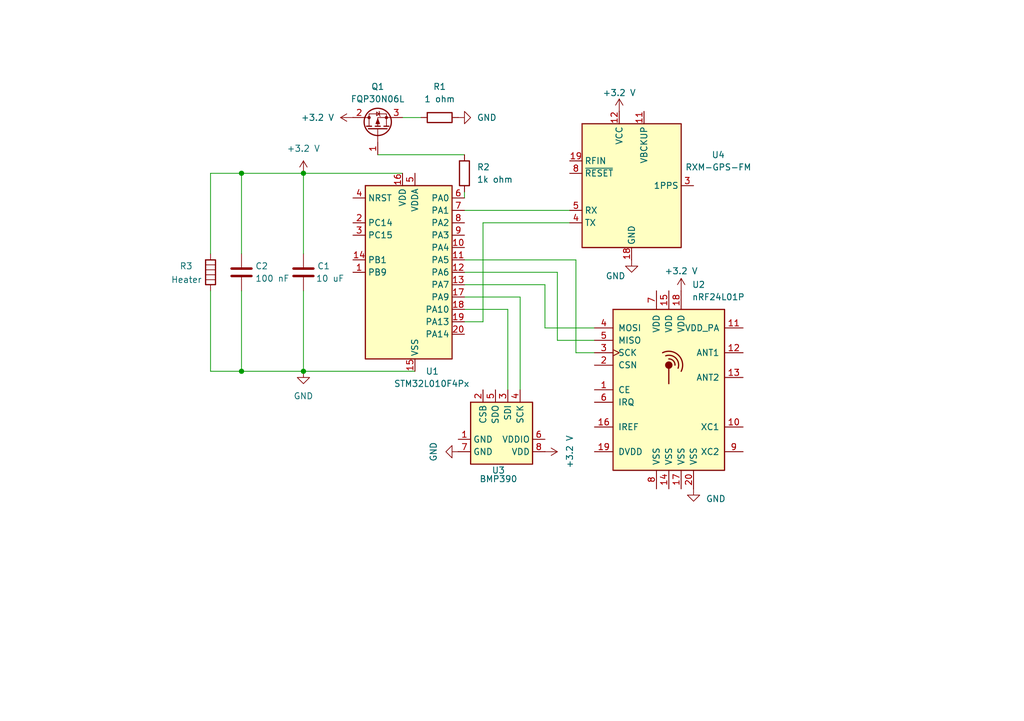
<source format=kicad_sch>
(kicad_sch
	(version 20231120)
	(generator "eeschema")
	(generator_version "8.0")
	(uuid "d60282d2-fc89-4822-b4fb-8af73164cbec")
	(paper "A5")
	(title_block
		(title "Release Mechanism System Board")
		(date "2024-11-30")
		(rev "2")
	)
	(lib_symbols
		(symbol "Device:C"
			(pin_numbers hide)
			(pin_names
				(offset 0.254)
			)
			(exclude_from_sim no)
			(in_bom yes)
			(on_board yes)
			(property "Reference" "C"
				(at 0.635 2.54 0)
				(effects
					(font
						(size 1.27 1.27)
					)
					(justify left)
				)
			)
			(property "Value" "C"
				(at 0.635 -2.54 0)
				(effects
					(font
						(size 1.27 1.27)
					)
					(justify left)
				)
			)
			(property "Footprint" ""
				(at 0.9652 -3.81 0)
				(effects
					(font
						(size 1.27 1.27)
					)
					(hide yes)
				)
			)
			(property "Datasheet" "~"
				(at 0 0 0)
				(effects
					(font
						(size 1.27 1.27)
					)
					(hide yes)
				)
			)
			(property "Description" "Unpolarized capacitor"
				(at 0 0 0)
				(effects
					(font
						(size 1.27 1.27)
					)
					(hide yes)
				)
			)
			(property "ki_keywords" "cap capacitor"
				(at 0 0 0)
				(effects
					(font
						(size 1.27 1.27)
					)
					(hide yes)
				)
			)
			(property "ki_fp_filters" "C_*"
				(at 0 0 0)
				(effects
					(font
						(size 1.27 1.27)
					)
					(hide yes)
				)
			)
			(symbol "C_0_1"
				(polyline
					(pts
						(xy -2.032 -0.762) (xy 2.032 -0.762)
					)
					(stroke
						(width 0.508)
						(type default)
					)
					(fill
						(type none)
					)
				)
				(polyline
					(pts
						(xy -2.032 0.762) (xy 2.032 0.762)
					)
					(stroke
						(width 0.508)
						(type default)
					)
					(fill
						(type none)
					)
				)
			)
			(symbol "C_1_1"
				(pin passive line
					(at 0 3.81 270)
					(length 2.794)
					(name "~"
						(effects
							(font
								(size 1.27 1.27)
							)
						)
					)
					(number "1"
						(effects
							(font
								(size 1.27 1.27)
							)
						)
					)
				)
				(pin passive line
					(at 0 -3.81 90)
					(length 2.794)
					(name "~"
						(effects
							(font
								(size 1.27 1.27)
							)
						)
					)
					(number "2"
						(effects
							(font
								(size 1.27 1.27)
							)
						)
					)
				)
			)
		)
		(symbol "Device:Heater"
			(pin_numbers hide)
			(pin_names
				(offset 0)
			)
			(exclude_from_sim no)
			(in_bom yes)
			(on_board yes)
			(property "Reference" "R"
				(at 2.032 0 90)
				(effects
					(font
						(size 1.27 1.27)
					)
				)
			)
			(property "Value" "Heater"
				(at -2.032 0 90)
				(effects
					(font
						(size 1.27 1.27)
					)
				)
			)
			(property "Footprint" ""
				(at -1.778 0 90)
				(effects
					(font
						(size 1.27 1.27)
					)
					(hide yes)
				)
			)
			(property "Datasheet" "~"
				(at 0 0 0)
				(effects
					(font
						(size 1.27 1.27)
					)
					(hide yes)
				)
			)
			(property "Description" "Resistive heater"
				(at 0 0 0)
				(effects
					(font
						(size 1.27 1.27)
					)
					(hide yes)
				)
			)
			(property "ki_keywords" "heater R resistor"
				(at 0 0 0)
				(effects
					(font
						(size 1.27 1.27)
					)
					(hide yes)
				)
			)
			(symbol "Heater_0_1"
				(rectangle
					(start -1.016 -2.54)
					(end 1.016 2.54)
					(stroke
						(width 0.254)
						(type default)
					)
					(fill
						(type none)
					)
				)
				(polyline
					(pts
						(xy -1.016 1.524) (xy 1.016 1.524)
					)
					(stroke
						(width 0)
						(type default)
					)
					(fill
						(type none)
					)
				)
				(polyline
					(pts
						(xy 1.016 -1.524) (xy -1.016 -1.524)
					)
					(stroke
						(width 0)
						(type default)
					)
					(fill
						(type none)
					)
				)
				(polyline
					(pts
						(xy 1.016 -0.508) (xy -1.016 -0.508)
					)
					(stroke
						(width 0)
						(type default)
					)
					(fill
						(type none)
					)
				)
				(polyline
					(pts
						(xy 1.016 0.508) (xy -1.016 0.508)
					)
					(stroke
						(width 0)
						(type default)
					)
					(fill
						(type none)
					)
				)
			)
			(symbol "Heater_1_1"
				(pin passive line
					(at 0 3.81 270)
					(length 1.27)
					(name "~"
						(effects
							(font
								(size 1.27 1.27)
							)
						)
					)
					(number "1"
						(effects
							(font
								(size 1.27 1.27)
							)
						)
					)
				)
				(pin passive line
					(at 0 -3.81 90)
					(length 1.27)
					(name "~"
						(effects
							(font
								(size 1.27 1.27)
							)
						)
					)
					(number "2"
						(effects
							(font
								(size 1.27 1.27)
							)
						)
					)
				)
			)
		)
		(symbol "Device:R"
			(pin_numbers hide)
			(pin_names
				(offset 0)
			)
			(exclude_from_sim no)
			(in_bom yes)
			(on_board yes)
			(property "Reference" "R"
				(at 2.032 0 90)
				(effects
					(font
						(size 1.27 1.27)
					)
				)
			)
			(property "Value" "R"
				(at 0 0 90)
				(effects
					(font
						(size 1.27 1.27)
					)
				)
			)
			(property "Footprint" ""
				(at -1.778 0 90)
				(effects
					(font
						(size 1.27 1.27)
					)
					(hide yes)
				)
			)
			(property "Datasheet" "~"
				(at 0 0 0)
				(effects
					(font
						(size 1.27 1.27)
					)
					(hide yes)
				)
			)
			(property "Description" "Resistor"
				(at 0 0 0)
				(effects
					(font
						(size 1.27 1.27)
					)
					(hide yes)
				)
			)
			(property "ki_keywords" "R res resistor"
				(at 0 0 0)
				(effects
					(font
						(size 1.27 1.27)
					)
					(hide yes)
				)
			)
			(property "ki_fp_filters" "R_*"
				(at 0 0 0)
				(effects
					(font
						(size 1.27 1.27)
					)
					(hide yes)
				)
			)
			(symbol "R_0_1"
				(rectangle
					(start -1.016 -2.54)
					(end 1.016 2.54)
					(stroke
						(width 0.254)
						(type default)
					)
					(fill
						(type none)
					)
				)
			)
			(symbol "R_1_1"
				(pin passive line
					(at 0 3.81 270)
					(length 1.27)
					(name "~"
						(effects
							(font
								(size 1.27 1.27)
							)
						)
					)
					(number "1"
						(effects
							(font
								(size 1.27 1.27)
							)
						)
					)
				)
				(pin passive line
					(at 0 -3.81 90)
					(length 1.27)
					(name "~"
						(effects
							(font
								(size 1.27 1.27)
							)
						)
					)
					(number "2"
						(effects
							(font
								(size 1.27 1.27)
							)
						)
					)
				)
			)
		)
		(symbol "MCU_ST_STM32L0:STM32L010F4Px"
			(exclude_from_sim no)
			(in_bom yes)
			(on_board yes)
			(property "Reference" "U"
				(at -7.62 19.05 0)
				(effects
					(font
						(size 1.27 1.27)
					)
					(justify left)
				)
			)
			(property "Value" "STM32L010F4Px"
				(at 5.08 19.05 0)
				(effects
					(font
						(size 1.27 1.27)
					)
					(justify left)
				)
			)
			(property "Footprint" "Package_SO:TSSOP-20_4.4x6.5mm_P0.65mm"
				(at -7.62 -17.78 0)
				(effects
					(font
						(size 1.27 1.27)
					)
					(justify right)
					(hide yes)
				)
			)
			(property "Datasheet" "https://www.st.com/resource/en/datasheet/stm32l010f4.pdf"
				(at 0 0 0)
				(effects
					(font
						(size 1.27 1.27)
					)
					(hide yes)
				)
			)
			(property "Description" "STMicroelectronics Arm Cortex-M0+ MCU, 16KB flash, 2KB RAM, 32 MHz, 1.8-3.6V, 16 GPIO, TSSOP20"
				(at 0 0 0)
				(effects
					(font
						(size 1.27 1.27)
					)
					(hide yes)
				)
			)
			(property "ki_locked" ""
				(at 0 0 0)
				(effects
					(font
						(size 1.27 1.27)
					)
				)
			)
			(property "ki_keywords" "Arm Cortex-M0+ STM32L0 STM32L0x0 Value Line"
				(at 0 0 0)
				(effects
					(font
						(size 1.27 1.27)
					)
					(hide yes)
				)
			)
			(property "ki_fp_filters" "TSSOP*4.4x6.5mm*P0.65mm*"
				(at 0 0 0)
				(effects
					(font
						(size 1.27 1.27)
					)
					(hide yes)
				)
			)
			(symbol "STM32L010F4Px_0_1"
				(rectangle
					(start -7.62 -17.78)
					(end 10.16 17.78)
					(stroke
						(width 0.254)
						(type default)
					)
					(fill
						(type background)
					)
				)
			)
			(symbol "STM32L010F4Px_1_1"
				(pin bidirectional line
					(at -10.16 0 0)
					(length 2.54)
					(name "PB9"
						(effects
							(font
								(size 1.27 1.27)
							)
						)
					)
					(number "1"
						(effects
							(font
								(size 1.27 1.27)
							)
						)
					)
				)
				(pin bidirectional line
					(at 12.7 5.08 180)
					(length 2.54)
					(name "PA4"
						(effects
							(font
								(size 1.27 1.27)
							)
						)
					)
					(number "10"
						(effects
							(font
								(size 1.27 1.27)
							)
						)
					)
					(alternate "ADC_IN4" bidirectional line)
					(alternate "I2C1_SCL" bidirectional line)
					(alternate "LPTIM1_ETR" bidirectional line)
					(alternate "LPTIM1_IN1" bidirectional line)
					(alternate "LPUART1_TX" bidirectional line)
					(alternate "SPI1_NSS" bidirectional line)
					(alternate "TIM2_ETR" bidirectional line)
					(alternate "USART2_CK" bidirectional line)
				)
				(pin bidirectional line
					(at 12.7 2.54 180)
					(length 2.54)
					(name "PA5"
						(effects
							(font
								(size 1.27 1.27)
							)
						)
					)
					(number "11"
						(effects
							(font
								(size 1.27 1.27)
							)
						)
					)
					(alternate "ADC_IN5" bidirectional line)
					(alternate "LPTIM1_IN2" bidirectional line)
					(alternate "SPI1_SCK" bidirectional line)
					(alternate "TIM2_CH1" bidirectional line)
					(alternate "TIM2_ETR" bidirectional line)
				)
				(pin bidirectional line
					(at 12.7 0 180)
					(length 2.54)
					(name "PA6"
						(effects
							(font
								(size 1.27 1.27)
							)
						)
					)
					(number "12"
						(effects
							(font
								(size 1.27 1.27)
							)
						)
					)
					(alternate "ADC_IN6" bidirectional line)
					(alternate "LPTIM1_ETR" bidirectional line)
					(alternate "LPUART1_CTS" bidirectional line)
					(alternate "SPI1_MISO" bidirectional line)
				)
				(pin bidirectional line
					(at 12.7 -2.54 180)
					(length 2.54)
					(name "PA7"
						(effects
							(font
								(size 1.27 1.27)
							)
						)
					)
					(number "13"
						(effects
							(font
								(size 1.27 1.27)
							)
						)
					)
					(alternate "ADC_IN7" bidirectional line)
					(alternate "LPTIM1_OUT" bidirectional line)
					(alternate "SPI1_MOSI" bidirectional line)
					(alternate "TIM21_ETR" bidirectional line)
					(alternate "USART2_CTS" bidirectional line)
				)
				(pin bidirectional line
					(at -10.16 2.54 0)
					(length 2.54)
					(name "PB1"
						(effects
							(font
								(size 1.27 1.27)
							)
						)
					)
					(number "14"
						(effects
							(font
								(size 1.27 1.27)
							)
						)
					)
					(alternate "ADC_IN9" bidirectional line)
					(alternate "LPTIM1_IN1" bidirectional line)
					(alternate "LPUART1_DE" bidirectional line)
					(alternate "LPUART1_RTS" bidirectional line)
					(alternate "SPI1_MOSI" bidirectional line)
					(alternate "SYS_VREF_OUT_PB1" bidirectional line)
					(alternate "TIM2_CH4" bidirectional line)
					(alternate "USART2_CK" bidirectional line)
				)
				(pin power_in line
					(at 2.54 -20.32 90)
					(length 2.54)
					(name "VSS"
						(effects
							(font
								(size 1.27 1.27)
							)
						)
					)
					(number "15"
						(effects
							(font
								(size 1.27 1.27)
							)
						)
					)
				)
				(pin power_in line
					(at 0 20.32 270)
					(length 2.54)
					(name "VDD"
						(effects
							(font
								(size 1.27 1.27)
							)
						)
					)
					(number "16"
						(effects
							(font
								(size 1.27 1.27)
							)
						)
					)
				)
				(pin bidirectional line
					(at 12.7 -5.08 180)
					(length 2.54)
					(name "PA9"
						(effects
							(font
								(size 1.27 1.27)
							)
						)
					)
					(number "17"
						(effects
							(font
								(size 1.27 1.27)
							)
						)
					)
					(alternate "I2C1_SCL" bidirectional line)
					(alternate "LPTIM1_OUT" bidirectional line)
					(alternate "RCC_MCO" bidirectional line)
					(alternate "TIM21_CH2" bidirectional line)
					(alternate "USART2_TX" bidirectional line)
				)
				(pin bidirectional line
					(at 12.7 -7.62 180)
					(length 2.54)
					(name "PA10"
						(effects
							(font
								(size 1.27 1.27)
							)
						)
					)
					(number "18"
						(effects
							(font
								(size 1.27 1.27)
							)
						)
					)
					(alternate "I2C1_SDA" bidirectional line)
					(alternate "RTC_REFIN" bidirectional line)
					(alternate "TIM21_CH1" bidirectional line)
					(alternate "TIM2_CH3" bidirectional line)
					(alternate "USART2_RX" bidirectional line)
				)
				(pin bidirectional line
					(at 12.7 -10.16 180)
					(length 2.54)
					(name "PA13"
						(effects
							(font
								(size 1.27 1.27)
							)
						)
					)
					(number "19"
						(effects
							(font
								(size 1.27 1.27)
							)
						)
					)
					(alternate "I2C1_SDA" bidirectional line)
					(alternate "LPTIM1_ETR" bidirectional line)
					(alternate "LPUART1_RX" bidirectional line)
					(alternate "SPI1_SCK" bidirectional line)
					(alternate "SYS_SWDIO" bidirectional line)
				)
				(pin bidirectional line
					(at -10.16 10.16 0)
					(length 2.54)
					(name "PC14"
						(effects
							(font
								(size 1.27 1.27)
							)
						)
					)
					(number "2"
						(effects
							(font
								(size 1.27 1.27)
							)
						)
					)
					(alternate "RCC_OSC32_IN" bidirectional line)
				)
				(pin bidirectional line
					(at 12.7 -12.7 180)
					(length 2.54)
					(name "PA14"
						(effects
							(font
								(size 1.27 1.27)
							)
						)
					)
					(number "20"
						(effects
							(font
								(size 1.27 1.27)
							)
						)
					)
					(alternate "I2C1_SMBA" bidirectional line)
					(alternate "LPTIM1_OUT" bidirectional line)
					(alternate "LPUART1_TX" bidirectional line)
					(alternate "SPI1_MISO" bidirectional line)
					(alternate "SYS_SWCLK" bidirectional line)
					(alternate "USART2_TX" bidirectional line)
				)
				(pin bidirectional line
					(at -10.16 7.62 0)
					(length 2.54)
					(name "PC15"
						(effects
							(font
								(size 1.27 1.27)
							)
						)
					)
					(number "3"
						(effects
							(font
								(size 1.27 1.27)
							)
						)
					)
					(alternate "RCC_OSC32_OUT" bidirectional line)
				)
				(pin input line
					(at -10.16 15.24 0)
					(length 2.54)
					(name "NRST"
						(effects
							(font
								(size 1.27 1.27)
							)
						)
					)
					(number "4"
						(effects
							(font
								(size 1.27 1.27)
							)
						)
					)
				)
				(pin power_in line
					(at 2.54 20.32 270)
					(length 2.54)
					(name "VDDA"
						(effects
							(font
								(size 1.27 1.27)
							)
						)
					)
					(number "5"
						(effects
							(font
								(size 1.27 1.27)
							)
						)
					)
				)
				(pin bidirectional line
					(at 12.7 15.24 180)
					(length 2.54)
					(name "PA0"
						(effects
							(font
								(size 1.27 1.27)
							)
						)
					)
					(number "6"
						(effects
							(font
								(size 1.27 1.27)
							)
						)
					)
					(alternate "ADC_IN0" bidirectional line)
					(alternate "LPTIM1_IN1" bidirectional line)
					(alternate "LPUART1_RX" bidirectional line)
					(alternate "RCC_CK_IN" bidirectional line)
					(alternate "RTC_TAMP2" bidirectional line)
					(alternate "SYS_WKUP1" bidirectional line)
					(alternate "TIM2_CH1" bidirectional line)
					(alternate "TIM2_ETR" bidirectional line)
					(alternate "USART2_CTS" bidirectional line)
					(alternate "USART2_RX" bidirectional line)
				)
				(pin bidirectional line
					(at 12.7 12.7 180)
					(length 2.54)
					(name "PA1"
						(effects
							(font
								(size 1.27 1.27)
							)
						)
					)
					(number "7"
						(effects
							(font
								(size 1.27 1.27)
							)
						)
					)
					(alternate "ADC_IN1" bidirectional line)
					(alternate "I2C1_SMBA" bidirectional line)
					(alternate "LPTIM1_IN2" bidirectional line)
					(alternate "LPUART1_TX" bidirectional line)
					(alternate "TIM21_ETR" bidirectional line)
					(alternate "TIM2_CH2" bidirectional line)
					(alternate "USART2_DE" bidirectional line)
					(alternate "USART2_RTS" bidirectional line)
				)
				(pin bidirectional line
					(at 12.7 10.16 180)
					(length 2.54)
					(name "PA2"
						(effects
							(font
								(size 1.27 1.27)
							)
						)
					)
					(number "8"
						(effects
							(font
								(size 1.27 1.27)
							)
						)
					)
					(alternate "ADC_IN2" bidirectional line)
					(alternate "LPUART1_TX" bidirectional line)
					(alternate "RTC_OUT_ALARM" bidirectional line)
					(alternate "RTC_OUT_CALIB" bidirectional line)
					(alternate "RTC_TAMP3" bidirectional line)
					(alternate "RTC_TS" bidirectional line)
					(alternate "SYS_WKUP3" bidirectional line)
					(alternate "TIM21_CH1" bidirectional line)
					(alternate "TIM2_CH3" bidirectional line)
					(alternate "USART2_TX" bidirectional line)
				)
				(pin bidirectional line
					(at 12.7 7.62 180)
					(length 2.54)
					(name "PA3"
						(effects
							(font
								(size 1.27 1.27)
							)
						)
					)
					(number "9"
						(effects
							(font
								(size 1.27 1.27)
							)
						)
					)
					(alternate "ADC_IN3" bidirectional line)
					(alternate "LPUART1_RX" bidirectional line)
					(alternate "TIM21_CH2" bidirectional line)
					(alternate "TIM2_CH4" bidirectional line)
					(alternate "USART2_RX" bidirectional line)
				)
			)
		)
		(symbol "RF:nRF24L01P"
			(pin_names
				(offset 1.016)
			)
			(exclude_from_sim no)
			(in_bom yes)
			(on_board yes)
			(property "Reference" "U"
				(at -11.43 17.78 0)
				(effects
					(font
						(size 1.27 1.27)
					)
					(justify left)
				)
			)
			(property "Value" "nRF24L01P"
				(at 5.08 17.78 0)
				(effects
					(font
						(size 1.27 1.27)
					)
					(justify left)
				)
			)
			(property "Footprint" "Package_DFN_QFN:QFN-20-1EP_4x4mm_P0.5mm_EP2.5x2.5mm"
				(at 5.08 20.32 0)
				(effects
					(font
						(size 1.27 1.27)
						(italic yes)
					)
					(justify left)
					(hide yes)
				)
			)
			(property "Datasheet" "http://www.nordicsemi.com/eng/content/download/2726/34069/file/nRF24L01P_Product_Specification_1_0.pdf"
				(at 0 2.54 0)
				(effects
					(font
						(size 1.27 1.27)
					)
					(hide yes)
				)
			)
			(property "Description" "nRF24L01+, Ultra low power 2.4GHz RF Transceiver, QFN20 4x4mm"
				(at 0 0 0)
				(effects
					(font
						(size 1.27 1.27)
					)
					(hide yes)
				)
			)
			(property "ki_keywords" "Low Power RF Transceiver"
				(at 0 0 0)
				(effects
					(font
						(size 1.27 1.27)
					)
					(hide yes)
				)
			)
			(property "ki_fp_filters" "QFN*4x4*0.5mm*"
				(at 0 0 0)
				(effects
					(font
						(size 1.27 1.27)
					)
					(hide yes)
				)
			)
			(symbol "nRF24L01P_0_1"
				(rectangle
					(start -11.43 16.51)
					(end 11.43 -16.51)
					(stroke
						(width 0.254)
						(type default)
					)
					(fill
						(type background)
					)
				)
				(polyline
					(pts
						(xy 0 4.445) (xy 0 1.27)
					)
					(stroke
						(width 0.254)
						(type default)
					)
					(fill
						(type none)
					)
				)
				(circle
					(center 0 5.08)
					(radius 0.635)
					(stroke
						(width 0.254)
						(type default)
					)
					(fill
						(type outline)
					)
				)
				(arc
					(start 1.27 5.08)
					(mid 0.9071 5.9946)
					(end 0 6.35)
					(stroke
						(width 0.254)
						(type default)
					)
					(fill
						(type none)
					)
				)
				(arc
					(start 1.905 4.445)
					(mid 1.4313 6.5254)
					(end -0.635 6.985)
					(stroke
						(width 0.254)
						(type default)
					)
					(fill
						(type none)
					)
				)
				(arc
					(start 2.54 3.81)
					(mid 2.008 7.088)
					(end -1.27 7.62)
					(stroke
						(width 0.254)
						(type default)
					)
					(fill
						(type none)
					)
				)
				(rectangle
					(start 11.43 -13.97)
					(end 11.43 -13.97)
					(stroke
						(width 0)
						(type default)
					)
					(fill
						(type none)
					)
				)
			)
			(symbol "nRF24L01P_1_1"
				(pin input line
					(at -15.24 0 0)
					(length 3.81)
					(name "CE"
						(effects
							(font
								(size 1.27 1.27)
							)
						)
					)
					(number "1"
						(effects
							(font
								(size 1.27 1.27)
							)
						)
					)
				)
				(pin passive line
					(at 15.24 -7.62 180)
					(length 3.81)
					(name "XC1"
						(effects
							(font
								(size 1.27 1.27)
							)
						)
					)
					(number "10"
						(effects
							(font
								(size 1.27 1.27)
							)
						)
					)
				)
				(pin power_out line
					(at 15.24 12.7 180)
					(length 3.81)
					(name "VDD_PA"
						(effects
							(font
								(size 1.27 1.27)
							)
						)
					)
					(number "11"
						(effects
							(font
								(size 1.27 1.27)
							)
						)
					)
				)
				(pin passive line
					(at 15.24 7.62 180)
					(length 3.81)
					(name "ANT1"
						(effects
							(font
								(size 1.27 1.27)
							)
						)
					)
					(number "12"
						(effects
							(font
								(size 1.27 1.27)
							)
						)
					)
				)
				(pin passive line
					(at 15.24 2.54 180)
					(length 3.81)
					(name "ANT2"
						(effects
							(font
								(size 1.27 1.27)
							)
						)
					)
					(number "13"
						(effects
							(font
								(size 1.27 1.27)
							)
						)
					)
				)
				(pin power_in line
					(at 0 -20.32 90)
					(length 3.81)
					(name "VSS"
						(effects
							(font
								(size 1.27 1.27)
							)
						)
					)
					(number "14"
						(effects
							(font
								(size 1.27 1.27)
							)
						)
					)
				)
				(pin power_in line
					(at 0 20.32 270)
					(length 3.81)
					(name "VDD"
						(effects
							(font
								(size 1.27 1.27)
							)
						)
					)
					(number "15"
						(effects
							(font
								(size 1.27 1.27)
							)
						)
					)
				)
				(pin passive line
					(at -15.24 -7.62 0)
					(length 3.81)
					(name "IREF"
						(effects
							(font
								(size 1.27 1.27)
							)
						)
					)
					(number "16"
						(effects
							(font
								(size 1.27 1.27)
							)
						)
					)
				)
				(pin power_in line
					(at 2.54 -20.32 90)
					(length 3.81)
					(name "VSS"
						(effects
							(font
								(size 1.27 1.27)
							)
						)
					)
					(number "17"
						(effects
							(font
								(size 1.27 1.27)
							)
						)
					)
				)
				(pin power_in line
					(at 2.54 20.32 270)
					(length 3.81)
					(name "VDD"
						(effects
							(font
								(size 1.27 1.27)
							)
						)
					)
					(number "18"
						(effects
							(font
								(size 1.27 1.27)
							)
						)
					)
				)
				(pin power_out line
					(at -15.24 -12.7 0)
					(length 3.81)
					(name "DVDD"
						(effects
							(font
								(size 1.27 1.27)
							)
						)
					)
					(number "19"
						(effects
							(font
								(size 1.27 1.27)
							)
						)
					)
				)
				(pin input line
					(at -15.24 5.08 0)
					(length 3.81)
					(name "CSN"
						(effects
							(font
								(size 1.27 1.27)
							)
						)
					)
					(number "2"
						(effects
							(font
								(size 1.27 1.27)
							)
						)
					)
				)
				(pin power_in line
					(at 5.08 -20.32 90)
					(length 3.81)
					(name "VSS"
						(effects
							(font
								(size 1.27 1.27)
							)
						)
					)
					(number "20"
						(effects
							(font
								(size 1.27 1.27)
							)
						)
					)
				)
				(pin input clock
					(at -15.24 7.62 0)
					(length 3.81)
					(name "SCK"
						(effects
							(font
								(size 1.27 1.27)
							)
						)
					)
					(number "3"
						(effects
							(font
								(size 1.27 1.27)
							)
						)
					)
				)
				(pin input line
					(at -15.24 12.7 0)
					(length 3.81)
					(name "MOSI"
						(effects
							(font
								(size 1.27 1.27)
							)
						)
					)
					(number "4"
						(effects
							(font
								(size 1.27 1.27)
							)
						)
					)
				)
				(pin output line
					(at -15.24 10.16 0)
					(length 3.81)
					(name "MISO"
						(effects
							(font
								(size 1.27 1.27)
							)
						)
					)
					(number "5"
						(effects
							(font
								(size 1.27 1.27)
							)
						)
					)
				)
				(pin output line
					(at -15.24 -2.54 0)
					(length 3.81)
					(name "IRQ"
						(effects
							(font
								(size 1.27 1.27)
							)
						)
					)
					(number "6"
						(effects
							(font
								(size 1.27 1.27)
							)
						)
					)
				)
				(pin power_in line
					(at -2.54 20.32 270)
					(length 3.81)
					(name "VDD"
						(effects
							(font
								(size 1.27 1.27)
							)
						)
					)
					(number "7"
						(effects
							(font
								(size 1.27 1.27)
							)
						)
					)
				)
				(pin power_in line
					(at -2.54 -20.32 90)
					(length 3.81)
					(name "VSS"
						(effects
							(font
								(size 1.27 1.27)
							)
						)
					)
					(number "8"
						(effects
							(font
								(size 1.27 1.27)
							)
						)
					)
				)
				(pin passive line
					(at 15.24 -12.7 180)
					(length 3.81)
					(name "XC2"
						(effects
							(font
								(size 1.27 1.27)
							)
						)
					)
					(number "9"
						(effects
							(font
								(size 1.27 1.27)
							)
						)
					)
				)
			)
		)
		(symbol "RF_GPS:RXM-GPS-FM"
			(exclude_from_sim no)
			(in_bom yes)
			(on_board yes)
			(property "Reference" "U"
				(at -7.62 13.97 0)
				(effects
					(font
						(size 1.27 1.27)
					)
					(justify right)
				)
			)
			(property "Value" "RXM-GPS-FM"
				(at 17.78 13.97 0)
				(effects
					(font
						(size 1.27 1.27)
					)
					(justify right)
				)
			)
			(property "Footprint" "RF_GPS:Linx_RXM-GPS"
				(at 12.7 -13.97 0)
				(effects
					(font
						(size 1.27 1.27)
					)
					(hide yes)
				)
			)
			(property "Datasheet" "https://linxtechnologies.com/wp/wp-content/uploads/rxm-gps-fm.pdf"
				(at 7.62 -7.62 0)
				(effects
					(font
						(size 1.27 1.27)
					)
					(hide yes)
				)
			)
			(property "Description" "Module GPS Low Power, 14mA tracking, 22 channels"
				(at 0 0 0)
				(effects
					(font
						(size 1.27 1.27)
					)
					(hide yes)
				)
			)
			(property "ki_keywords" "gps low-power"
				(at 0 0 0)
				(effects
					(font
						(size 1.27 1.27)
					)
					(hide yes)
				)
			)
			(property "ki_fp_filters" "Linx*RXM?GPS*"
				(at 0 0 0)
				(effects
					(font
						(size 1.27 1.27)
					)
					(hide yes)
				)
			)
			(symbol "RXM-GPS-FM_0_1"
				(rectangle
					(start 10.16 -12.7)
					(end -10.16 12.7)
					(stroke
						(width 0.254)
						(type default)
					)
					(fill
						(type background)
					)
				)
			)
			(symbol "RXM-GPS-FM_1_1"
				(pin no_connect line
					(at -10.16 10.16 0)
					(length 2.54) hide
					(name "NC"
						(effects
							(font
								(size 1.27 1.27)
							)
						)
					)
					(number "1"
						(effects
							(font
								(size 1.27 1.27)
							)
						)
					)
				)
				(pin no_connect line
					(at 10.16 10.16 180)
					(length 2.54) hide
					(name "NC"
						(effects
							(font
								(size 1.27 1.27)
							)
						)
					)
					(number "10"
						(effects
							(font
								(size 1.27 1.27)
							)
						)
					)
				)
				(pin power_in line
					(at 2.54 15.24 270)
					(length 2.54)
					(name "VBCKUP"
						(effects
							(font
								(size 1.27 1.27)
							)
						)
					)
					(number "11"
						(effects
							(font
								(size 1.27 1.27)
							)
						)
					)
				)
				(pin power_in line
					(at -2.54 15.24 270)
					(length 2.54)
					(name "VCC"
						(effects
							(font
								(size 1.27 1.27)
							)
						)
					)
					(number "12"
						(effects
							(font
								(size 1.27 1.27)
							)
						)
					)
				)
				(pin no_connect line
					(at 10.16 7.62 180)
					(length 2.54) hide
					(name "NC"
						(effects
							(font
								(size 1.27 1.27)
							)
						)
					)
					(number "13"
						(effects
							(font
								(size 1.27 1.27)
							)
						)
					)
				)
				(pin no_connect line
					(at 10.16 5.08 180)
					(length 2.54) hide
					(name "NC"
						(effects
							(font
								(size 1.27 1.27)
							)
						)
					)
					(number "14"
						(effects
							(font
								(size 1.27 1.27)
							)
						)
					)
				)
				(pin no_connect line
					(at 10.16 2.54 180)
					(length 2.54) hide
					(name "NC"
						(effects
							(font
								(size 1.27 1.27)
							)
						)
					)
					(number "15"
						(effects
							(font
								(size 1.27 1.27)
							)
						)
					)
				)
				(pin no_connect line
					(at 10.16 -2.54 180)
					(length 2.54) hide
					(name "NC"
						(effects
							(font
								(size 1.27 1.27)
							)
						)
					)
					(number "16"
						(effects
							(font
								(size 1.27 1.27)
							)
						)
					)
				)
				(pin power_in line
					(at 0 -15.24 90)
					(length 2.54)
					(name "GND"
						(effects
							(font
								(size 1.27 1.27)
							)
						)
					)
					(number "18"
						(effects
							(font
								(size 1.27 1.27)
							)
						)
					)
				)
				(pin input line
					(at -12.7 5.08 0)
					(length 2.54)
					(name "RFIN"
						(effects
							(font
								(size 1.27 1.27)
							)
						)
					)
					(number "19"
						(effects
							(font
								(size 1.27 1.27)
							)
						)
					)
				)
				(pin no_connect line
					(at -10.16 7.62 0)
					(length 2.54) hide
					(name "NC"
						(effects
							(font
								(size 1.27 1.27)
							)
						)
					)
					(number "2"
						(effects
							(font
								(size 1.27 1.27)
							)
						)
					)
				)
				(pin passive line
					(at 0 -15.24 90)
					(length 2.54) hide
					(name "GND"
						(effects
							(font
								(size 1.27 1.27)
							)
						)
					)
					(number "20"
						(effects
							(font
								(size 1.27 1.27)
							)
						)
					)
				)
				(pin passive line
					(at 0 -15.24 90)
					(length 2.54) hide
					(name "GND"
						(effects
							(font
								(size 1.27 1.27)
							)
						)
					)
					(number "21"
						(effects
							(font
								(size 1.27 1.27)
							)
						)
					)
				)
				(pin passive line
					(at 0 -15.24 90)
					(length 2.54) hide
					(name "GND"
						(effects
							(font
								(size 1.27 1.27)
							)
						)
					)
					(number "22"
						(effects
							(font
								(size 1.27 1.27)
							)
						)
					)
				)
				(pin output line
					(at 12.7 0 180)
					(length 2.54)
					(name "1PPS"
						(effects
							(font
								(size 1.27 1.27)
							)
						)
					)
					(number "3"
						(effects
							(font
								(size 1.27 1.27)
							)
						)
					)
				)
				(pin output line
					(at -12.7 -7.62 0)
					(length 2.54)
					(name "TX"
						(effects
							(font
								(size 1.27 1.27)
							)
						)
					)
					(number "4"
						(effects
							(font
								(size 1.27 1.27)
							)
						)
					)
				)
				(pin input line
					(at -12.7 -5.08 0)
					(length 2.54)
					(name "RX"
						(effects
							(font
								(size 1.27 1.27)
							)
						)
					)
					(number "5"
						(effects
							(font
								(size 1.27 1.27)
							)
						)
					)
				)
				(pin no_connect line
					(at -10.16 0 0)
					(length 2.54) hide
					(name "NC"
						(effects
							(font
								(size 1.27 1.27)
							)
						)
					)
					(number "6"
						(effects
							(font
								(size 1.27 1.27)
							)
						)
					)
				)
				(pin no_connect line
					(at -10.16 -2.54 0)
					(length 2.54) hide
					(name "NC"
						(effects
							(font
								(size 1.27 1.27)
							)
						)
					)
					(number "7"
						(effects
							(font
								(size 1.27 1.27)
							)
						)
					)
				)
				(pin input line
					(at -12.7 2.54 0)
					(length 2.54)
					(name "~{RESET}"
						(effects
							(font
								(size 1.27 1.27)
							)
						)
					)
					(number "8"
						(effects
							(font
								(size 1.27 1.27)
							)
						)
					)
				)
				(pin no_connect line
					(at -10.16 -10.16 0)
					(length 2.54) hide
					(name "NC"
						(effects
							(font
								(size 1.27 1.27)
							)
						)
					)
					(number "9"
						(effects
							(font
								(size 1.27 1.27)
							)
						)
					)
				)
			)
		)
		(symbol "Sensor_Pressure:BMP280"
			(exclude_from_sim no)
			(in_bom yes)
			(on_board yes)
			(property "Reference" "U"
				(at -7.62 10.16 0)
				(effects
					(font
						(size 1.27 1.27)
					)
					(justify left top)
				)
			)
			(property "Value" "BMP280"
				(at 5.08 10.16 0)
				(effects
					(font
						(size 1.27 1.27)
					)
					(justify left top)
				)
			)
			(property "Footprint" "Package_LGA:Bosch_LGA-8_2x2.5mm_P0.65mm_ClockwisePinNumbering"
				(at 0 -17.78 0)
				(effects
					(font
						(size 1.27 1.27)
					)
					(hide yes)
				)
			)
			(property "Datasheet" "https://ae-bst.resource.bosch.com/media/_tech/media/datasheets/BST-BMP280-DS001.pdf"
				(at 0 0 0)
				(effects
					(font
						(size 1.27 1.27)
					)
					(hide yes)
				)
			)
			(property "Description" "Absolute Barometric Pressure Sensor, LGA-8"
				(at 0 0 0)
				(effects
					(font
						(size 1.27 1.27)
					)
					(hide yes)
				)
			)
			(property "ki_keywords" "I2C, SPI, pressure, temperature, sensor"
				(at 0 0 0)
				(effects
					(font
						(size 1.27 1.27)
					)
					(hide yes)
				)
			)
			(property "ki_fp_filters" "Bosch*LGA*2x2.5mm*P0.65mm*"
				(at 0 0 0)
				(effects
					(font
						(size 1.27 1.27)
					)
					(hide yes)
				)
			)
			(symbol "BMP280_0_1"
				(rectangle
					(start -7.62 -5.08)
					(end 5.08 7.62)
					(stroke
						(width 0.254)
						(type default)
					)
					(fill
						(type background)
					)
				)
			)
			(symbol "BMP280_1_1"
				(pin power_in line
					(at 0 -7.62 90)
					(length 2.54)
					(name "GND"
						(effects
							(font
								(size 1.27 1.27)
							)
						)
					)
					(number "1"
						(effects
							(font
								(size 1.27 1.27)
							)
						)
					)
				)
				(pin input line
					(at -10.16 -2.54 0)
					(length 2.54)
					(name "CSB"
						(effects
							(font
								(size 1.27 1.27)
							)
						)
					)
					(number "2"
						(effects
							(font
								(size 1.27 1.27)
							)
						)
					)
				)
				(pin bidirectional line
					(at -10.16 2.54 0)
					(length 2.54)
					(name "SDI"
						(effects
							(font
								(size 1.27 1.27)
							)
						)
					)
					(number "3"
						(effects
							(font
								(size 1.27 1.27)
							)
						)
					)
				)
				(pin input line
					(at -10.16 5.08 0)
					(length 2.54)
					(name "SCK"
						(effects
							(font
								(size 1.27 1.27)
							)
						)
					)
					(number "4"
						(effects
							(font
								(size 1.27 1.27)
							)
						)
					)
				)
				(pin bidirectional line
					(at -10.16 0 0)
					(length 2.54)
					(name "SDO"
						(effects
							(font
								(size 1.27 1.27)
							)
						)
					)
					(number "5"
						(effects
							(font
								(size 1.27 1.27)
							)
						)
					)
				)
				(pin power_in line
					(at 0 10.16 270)
					(length 2.54)
					(name "VDDIO"
						(effects
							(font
								(size 1.27 1.27)
							)
						)
					)
					(number "6"
						(effects
							(font
								(size 1.27 1.27)
							)
						)
					)
				)
				(pin power_in line
					(at 2.54 -7.62 90)
					(length 2.54)
					(name "GND"
						(effects
							(font
								(size 1.27 1.27)
							)
						)
					)
					(number "7"
						(effects
							(font
								(size 1.27 1.27)
							)
						)
					)
				)
				(pin power_in line
					(at 2.54 10.16 270)
					(length 2.54)
					(name "VDD"
						(effects
							(font
								(size 1.27 1.27)
							)
						)
					)
					(number "8"
						(effects
							(font
								(size 1.27 1.27)
							)
						)
					)
				)
			)
		)
		(symbol "Transistor_FET:FQP27P06"
			(pin_names hide)
			(exclude_from_sim no)
			(in_bom yes)
			(on_board yes)
			(property "Reference" "Q"
				(at 5.08 1.905 0)
				(effects
					(font
						(size 1.27 1.27)
					)
					(justify left)
				)
			)
			(property "Value" "FQP27P06"
				(at 5.08 0 0)
				(effects
					(font
						(size 1.27 1.27)
					)
					(justify left)
				)
			)
			(property "Footprint" "Package_TO_SOT_THT:TO-220-3_Vertical"
				(at 5.08 -1.905 0)
				(effects
					(font
						(size 1.27 1.27)
						(italic yes)
					)
					(justify left)
					(hide yes)
				)
			)
			(property "Datasheet" "https://www.onsemi.com/pub/Collateral/FQP27P06-D.PDF"
				(at 5.08 -3.81 0)
				(effects
					(font
						(size 1.27 1.27)
					)
					(justify left)
					(hide yes)
				)
			)
			(property "Description" "-27A Id, -60V Vds, QFET P-Channel MOSFET, TO-220"
				(at 0 0 0)
				(effects
					(font
						(size 1.27 1.27)
					)
					(hide yes)
				)
			)
			(property "ki_keywords" "QFET P-Channel MOSFET"
				(at 0 0 0)
				(effects
					(font
						(size 1.27 1.27)
					)
					(hide yes)
				)
			)
			(property "ki_fp_filters" "TO?220*"
				(at 0 0 0)
				(effects
					(font
						(size 1.27 1.27)
					)
					(hide yes)
				)
			)
			(symbol "FQP27P06_0_1"
				(polyline
					(pts
						(xy 0.254 0) (xy -2.54 0)
					)
					(stroke
						(width 0)
						(type default)
					)
					(fill
						(type none)
					)
				)
				(polyline
					(pts
						(xy 0.254 1.905) (xy 0.254 -1.905)
					)
					(stroke
						(width 0.254)
						(type default)
					)
					(fill
						(type none)
					)
				)
				(polyline
					(pts
						(xy 0.762 -1.27) (xy 0.762 -2.286)
					)
					(stroke
						(width 0.254)
						(type default)
					)
					(fill
						(type none)
					)
				)
				(polyline
					(pts
						(xy 0.762 0.508) (xy 0.762 -0.508)
					)
					(stroke
						(width 0.254)
						(type default)
					)
					(fill
						(type none)
					)
				)
				(polyline
					(pts
						(xy 0.762 2.286) (xy 0.762 1.27)
					)
					(stroke
						(width 0.254)
						(type default)
					)
					(fill
						(type none)
					)
				)
				(polyline
					(pts
						(xy 2.54 2.54) (xy 2.54 1.778)
					)
					(stroke
						(width 0)
						(type default)
					)
					(fill
						(type none)
					)
				)
				(polyline
					(pts
						(xy 2.54 -2.54) (xy 2.54 0) (xy 0.762 0)
					)
					(stroke
						(width 0)
						(type default)
					)
					(fill
						(type none)
					)
				)
				(polyline
					(pts
						(xy 0.762 1.778) (xy 3.302 1.778) (xy 3.302 -1.778) (xy 0.762 -1.778)
					)
					(stroke
						(width 0)
						(type default)
					)
					(fill
						(type none)
					)
				)
				(polyline
					(pts
						(xy 2.286 0) (xy 1.27 0.381) (xy 1.27 -0.381) (xy 2.286 0)
					)
					(stroke
						(width 0)
						(type default)
					)
					(fill
						(type outline)
					)
				)
				(polyline
					(pts
						(xy 2.794 -0.508) (xy 2.921 -0.381) (xy 3.683 -0.381) (xy 3.81 -0.254)
					)
					(stroke
						(width 0)
						(type default)
					)
					(fill
						(type none)
					)
				)
				(polyline
					(pts
						(xy 3.302 -0.381) (xy 2.921 0.254) (xy 3.683 0.254) (xy 3.302 -0.381)
					)
					(stroke
						(width 0)
						(type default)
					)
					(fill
						(type none)
					)
				)
				(circle
					(center 1.651 0)
					(radius 2.794)
					(stroke
						(width 0.254)
						(type default)
					)
					(fill
						(type none)
					)
				)
				(circle
					(center 2.54 -1.778)
					(radius 0.254)
					(stroke
						(width 0)
						(type default)
					)
					(fill
						(type outline)
					)
				)
				(circle
					(center 2.54 1.778)
					(radius 0.254)
					(stroke
						(width 0)
						(type default)
					)
					(fill
						(type outline)
					)
				)
			)
			(symbol "FQP27P06_1_1"
				(pin input line
					(at -5.08 0 0)
					(length 2.54)
					(name "G"
						(effects
							(font
								(size 1.27 1.27)
							)
						)
					)
					(number "1"
						(effects
							(font
								(size 1.27 1.27)
							)
						)
					)
				)
				(pin passive line
					(at 2.54 5.08 270)
					(length 2.54)
					(name "D"
						(effects
							(font
								(size 1.27 1.27)
							)
						)
					)
					(number "2"
						(effects
							(font
								(size 1.27 1.27)
							)
						)
					)
				)
				(pin passive line
					(at 2.54 -5.08 90)
					(length 2.54)
					(name "S"
						(effects
							(font
								(size 1.27 1.27)
							)
						)
					)
					(number "3"
						(effects
							(font
								(size 1.27 1.27)
							)
						)
					)
				)
			)
		)
		(symbol "power:+3V3"
			(power)
			(pin_numbers hide)
			(pin_names
				(offset 0) hide)
			(exclude_from_sim no)
			(in_bom yes)
			(on_board yes)
			(property "Reference" "#PWR"
				(at 0 -3.81 0)
				(effects
					(font
						(size 1.27 1.27)
					)
					(hide yes)
				)
			)
			(property "Value" "+3V3"
				(at 0 3.556 0)
				(effects
					(font
						(size 1.27 1.27)
					)
				)
			)
			(property "Footprint" ""
				(at 0 0 0)
				(effects
					(font
						(size 1.27 1.27)
					)
					(hide yes)
				)
			)
			(property "Datasheet" ""
				(at 0 0 0)
				(effects
					(font
						(size 1.27 1.27)
					)
					(hide yes)
				)
			)
			(property "Description" "Power symbol creates a global label with name \"+3V3\""
				(at 0 0 0)
				(effects
					(font
						(size 1.27 1.27)
					)
					(hide yes)
				)
			)
			(property "ki_keywords" "global power"
				(at 0 0 0)
				(effects
					(font
						(size 1.27 1.27)
					)
					(hide yes)
				)
			)
			(symbol "+3V3_0_1"
				(polyline
					(pts
						(xy -0.762 1.27) (xy 0 2.54)
					)
					(stroke
						(width 0)
						(type default)
					)
					(fill
						(type none)
					)
				)
				(polyline
					(pts
						(xy 0 0) (xy 0 2.54)
					)
					(stroke
						(width 0)
						(type default)
					)
					(fill
						(type none)
					)
				)
				(polyline
					(pts
						(xy 0 2.54) (xy 0.762 1.27)
					)
					(stroke
						(width 0)
						(type default)
					)
					(fill
						(type none)
					)
				)
			)
			(symbol "+3V3_1_1"
				(pin power_in line
					(at 0 0 90)
					(length 0)
					(name "~"
						(effects
							(font
								(size 1.27 1.27)
							)
						)
					)
					(number "1"
						(effects
							(font
								(size 1.27 1.27)
							)
						)
					)
				)
			)
		)
		(symbol "power:GND"
			(power)
			(pin_numbers hide)
			(pin_names
				(offset 0) hide)
			(exclude_from_sim no)
			(in_bom yes)
			(on_board yes)
			(property "Reference" "#PWR"
				(at 0 -6.35 0)
				(effects
					(font
						(size 1.27 1.27)
					)
					(hide yes)
				)
			)
			(property "Value" "GND"
				(at 0 -3.81 0)
				(effects
					(font
						(size 1.27 1.27)
					)
				)
			)
			(property "Footprint" ""
				(at 0 0 0)
				(effects
					(font
						(size 1.27 1.27)
					)
					(hide yes)
				)
			)
			(property "Datasheet" ""
				(at 0 0 0)
				(effects
					(font
						(size 1.27 1.27)
					)
					(hide yes)
				)
			)
			(property "Description" "Power symbol creates a global label with name \"GND\" , ground"
				(at 0 0 0)
				(effects
					(font
						(size 1.27 1.27)
					)
					(hide yes)
				)
			)
			(property "ki_keywords" "global power"
				(at 0 0 0)
				(effects
					(font
						(size 1.27 1.27)
					)
					(hide yes)
				)
			)
			(symbol "GND_0_1"
				(polyline
					(pts
						(xy 0 0) (xy 0 -1.27) (xy 1.27 -1.27) (xy 0 -2.54) (xy -1.27 -1.27) (xy 0 -1.27)
					)
					(stroke
						(width 0)
						(type default)
					)
					(fill
						(type none)
					)
				)
			)
			(symbol "GND_1_1"
				(pin power_in line
					(at 0 0 270)
					(length 0)
					(name "~"
						(effects
							(font
								(size 1.27 1.27)
							)
						)
					)
					(number "1"
						(effects
							(font
								(size 1.27 1.27)
							)
						)
					)
				)
			)
		)
	)
	(junction
		(at 49.53 76.2)
		(diameter 0)
		(color 0 0 0 0)
		(uuid "06246b68-5cc8-40c6-945e-22a283aaf3bd")
	)
	(junction
		(at 62.23 35.56)
		(diameter 0)
		(color 0 0 0 0)
		(uuid "263b5528-37e9-4385-bd49-b86c117fce7e")
	)
	(junction
		(at 49.53 35.56)
		(diameter 0)
		(color 0 0 0 0)
		(uuid "28a54c43-e2a3-4532-97ee-5e86f3c4017e")
	)
	(junction
		(at 62.23 76.2)
		(diameter 0)
		(color 0 0 0 0)
		(uuid "98608606-a2dd-4b2f-b5ad-3a81df6e871f")
	)
	(wire
		(pts
			(xy 43.18 59.69) (xy 43.18 76.2)
		)
		(stroke
			(width 0)
			(type default)
		)
		(uuid "05aa1481-bab0-45fd-a2b1-56981393e033")
	)
	(wire
		(pts
			(xy 43.18 52.07) (xy 43.18 35.56)
		)
		(stroke
			(width 0)
			(type default)
		)
		(uuid "0cbb4699-7270-496b-b4ea-a076f7d591d1")
	)
	(wire
		(pts
			(xy 43.18 76.2) (xy 49.53 76.2)
		)
		(stroke
			(width 0)
			(type default)
		)
		(uuid "0cf91d7f-66cc-4b12-8eb5-d5f765dd2dfb")
	)
	(wire
		(pts
			(xy 104.14 63.5) (xy 104.14 80.01)
		)
		(stroke
			(width 0)
			(type default)
		)
		(uuid "1ee86b57-0cc2-41a7-84d4-24519a604bed")
	)
	(wire
		(pts
			(xy 118.11 53.34) (xy 95.25 53.34)
		)
		(stroke
			(width 0)
			(type default)
		)
		(uuid "265776e0-1c27-443a-bd2c-f8017b47c4bd")
	)
	(wire
		(pts
			(xy 121.92 72.39) (xy 118.11 72.39)
		)
		(stroke
			(width 0)
			(type default)
		)
		(uuid "482ac9a0-1e84-4610-bffb-26a368dbf9e4")
	)
	(wire
		(pts
			(xy 95.25 63.5) (xy 104.14 63.5)
		)
		(stroke
			(width 0)
			(type default)
		)
		(uuid "48350dc0-cf7e-4cf7-aa9c-20ad8e579f66")
	)
	(wire
		(pts
			(xy 99.06 66.04) (xy 95.25 66.04)
		)
		(stroke
			(width 0)
			(type default)
		)
		(uuid "4af1edf5-31fc-4868-8f42-124d773ccb05")
	)
	(wire
		(pts
			(xy 114.3 69.85) (xy 114.3 55.88)
		)
		(stroke
			(width 0)
			(type default)
		)
		(uuid "4b7b7267-a2f5-4fd1-9dfb-a98dd89f49d4")
	)
	(wire
		(pts
			(xy 49.53 35.56) (xy 62.23 35.56)
		)
		(stroke
			(width 0)
			(type default)
		)
		(uuid "51c90e36-02ae-4cc2-a452-5cc53a124620")
	)
	(wire
		(pts
			(xy 43.18 35.56) (xy 49.53 35.56)
		)
		(stroke
			(width 0)
			(type default)
		)
		(uuid "5846fa2d-4669-4143-b2f9-a82c5d7dd24c")
	)
	(wire
		(pts
			(xy 99.06 66.04) (xy 99.06 45.72)
		)
		(stroke
			(width 0)
			(type default)
		)
		(uuid "6b2b84e3-61e1-419a-866a-c914160b4eaf")
	)
	(wire
		(pts
			(xy 77.47 31.75) (xy 95.25 31.75)
		)
		(stroke
			(width 0)
			(type default)
		)
		(uuid "77fe6f6d-ecf5-401d-9896-bb385f721029")
	)
	(wire
		(pts
			(xy 49.53 76.2) (xy 62.23 76.2)
		)
		(stroke
			(width 0)
			(type default)
		)
		(uuid "7c69323a-7ccd-44e9-925f-f2b725c0838c")
	)
	(wire
		(pts
			(xy 95.25 43.18) (xy 116.84 43.18)
		)
		(stroke
			(width 0)
			(type default)
		)
		(uuid "8c32d517-c546-47d9-9cb8-257314c4034b")
	)
	(wire
		(pts
			(xy 95.25 39.37) (xy 95.25 40.64)
		)
		(stroke
			(width 0)
			(type default)
		)
		(uuid "999c7544-7873-4f1b-a584-360bcf2ad8cb")
	)
	(wire
		(pts
			(xy 62.23 76.2) (xy 62.23 59.69)
		)
		(stroke
			(width 0)
			(type default)
		)
		(uuid "9d2e83bd-b534-4615-be75-190c039b9f64")
	)
	(wire
		(pts
			(xy 99.06 45.72) (xy 116.84 45.72)
		)
		(stroke
			(width 0)
			(type default)
		)
		(uuid "bac5d0fe-7e6b-4988-8f62-bb49fce1da59")
	)
	(wire
		(pts
			(xy 111.76 58.42) (xy 95.25 58.42)
		)
		(stroke
			(width 0)
			(type default)
		)
		(uuid "c5a24c94-46eb-462f-8eaa-3ad57d649eba")
	)
	(wire
		(pts
			(xy 62.23 76.2) (xy 85.09 76.2)
		)
		(stroke
			(width 0)
			(type default)
		)
		(uuid "c9ab3ab8-46f8-41ac-9615-d45f0ba08ef1")
	)
	(wire
		(pts
			(xy 49.53 76.2) (xy 49.53 59.69)
		)
		(stroke
			(width 0)
			(type default)
		)
		(uuid "caa1df64-8b0f-4782-bb4f-80dc23182b1d")
	)
	(wire
		(pts
			(xy 121.92 67.31) (xy 111.76 67.31)
		)
		(stroke
			(width 0)
			(type default)
		)
		(uuid "cb19b65e-fab6-45c4-aed4-efcecf3d1c47")
	)
	(wire
		(pts
			(xy 82.55 24.13) (xy 86.36 24.13)
		)
		(stroke
			(width 0)
			(type default)
		)
		(uuid "cca68aef-2370-4d06-b24e-8f177753f15e")
	)
	(wire
		(pts
			(xy 95.25 60.96) (xy 106.68 60.96)
		)
		(stroke
			(width 0)
			(type default)
		)
		(uuid "d55efa26-8718-46cf-bd8e-bc378774f188")
	)
	(wire
		(pts
			(xy 111.76 67.31) (xy 111.76 58.42)
		)
		(stroke
			(width 0)
			(type default)
		)
		(uuid "d85e7c58-69b4-4ebf-9490-c9b47828edea")
	)
	(wire
		(pts
			(xy 62.23 35.56) (xy 82.55 35.56)
		)
		(stroke
			(width 0)
			(type default)
		)
		(uuid "d8a6f51f-4a55-4ce6-a2d5-89908eb3a68e")
	)
	(wire
		(pts
			(xy 118.11 72.39) (xy 118.11 53.34)
		)
		(stroke
			(width 0)
			(type default)
		)
		(uuid "db01e9b7-5338-489f-a7b7-332c8a4f7548")
	)
	(wire
		(pts
			(xy 121.92 69.85) (xy 114.3 69.85)
		)
		(stroke
			(width 0)
			(type default)
		)
		(uuid "df54f72c-4bc2-430a-801d-cf20fde04f44")
	)
	(wire
		(pts
			(xy 106.68 60.96) (xy 106.68 80.01)
		)
		(stroke
			(width 0)
			(type default)
		)
		(uuid "e22132e4-b50c-4d13-9f88-6496752db2f3")
	)
	(wire
		(pts
			(xy 49.53 52.07) (xy 49.53 35.56)
		)
		(stroke
			(width 0)
			(type default)
		)
		(uuid "e6ee900c-c99d-4071-8b81-17c5e16b282e")
	)
	(wire
		(pts
			(xy 114.3 55.88) (xy 95.25 55.88)
		)
		(stroke
			(width 0)
			(type default)
		)
		(uuid "e794fefc-815b-47cd-a101-e58d84261ce5")
	)
	(wire
		(pts
			(xy 62.23 35.56) (xy 62.23 52.07)
		)
		(stroke
			(width 0)
			(type default)
		)
		(uuid "fa56109a-852e-4dc9-83c8-9d178adada97")
	)
	(symbol
		(lib_id "Device:R")
		(at 95.25 35.56 180)
		(unit 1)
		(exclude_from_sim no)
		(in_bom yes)
		(on_board yes)
		(dnp no)
		(fields_autoplaced yes)
		(uuid "07696ff2-f34d-442b-8911-d898c6fab428")
		(property "Reference" "R2"
			(at 97.79 34.2899 0)
			(effects
				(font
					(size 1.27 1.27)
				)
				(justify right)
			)
		)
		(property "Value" "1k ohm"
			(at 97.79 36.8299 0)
			(effects
				(font
					(size 1.27 1.27)
				)
				(justify right)
			)
		)
		(property "Footprint" ""
			(at 97.028 35.56 90)
			(effects
				(font
					(size 1.27 1.27)
				)
				(hide yes)
			)
		)
		(property "Datasheet" "~"
			(at 95.25 35.56 0)
			(effects
				(font
					(size 1.27 1.27)
				)
				(hide yes)
			)
		)
		(property "Description" "Resistor"
			(at 95.25 35.56 0)
			(effects
				(font
					(size 1.27 1.27)
				)
				(hide yes)
			)
		)
		(pin "2"
			(uuid "ea4c3f6c-5ef0-42bd-bfb5-0d9a4137bdd9")
		)
		(pin "1"
			(uuid "64b33aba-cdde-4333-b096-9e687a963bcf")
		)
		(instances
			(project ""
				(path "/d60282d2-fc89-4822-b4fb-8af73164cbec"
					(reference "R2")
					(unit 1)
				)
			)
		)
	)
	(symbol
		(lib_id "Transistor_FET:FQP27P06")
		(at 77.47 26.67 90)
		(unit 1)
		(exclude_from_sim no)
		(in_bom yes)
		(on_board yes)
		(dnp no)
		(uuid "0f309cb1-13ad-42da-8eee-ac2a6acdd349")
		(property "Reference" "Q1"
			(at 77.47 17.78 90)
			(effects
				(font
					(size 1.27 1.27)
				)
			)
		)
		(property "Value" "FQP30N06L"
			(at 77.47 20.32 90)
			(effects
				(font
					(size 1.27 1.27)
				)
			)
		)
		(property "Footprint" "Package_TO_SOT_THT:TO-220-3_Vertical"
			(at 79.375 21.59 0)
			(effects
				(font
					(size 1.27 1.27)
					(italic yes)
				)
				(justify left)
				(hide yes)
			)
		)
		(property "Datasheet" "https://www.onsemi.com/pub/Collateral/FQP27P06-D.PDF"
			(at 81.28 21.59 0)
			(effects
				(font
					(size 1.27 1.27)
				)
				(justify left)
				(hide yes)
			)
		)
		(property "Description" "-27A Id, -60V Vds, QFET P-Channel MOSFET, TO-220"
			(at 77.47 26.67 0)
			(effects
				(font
					(size 1.27 1.27)
				)
				(hide yes)
			)
		)
		(pin "3"
			(uuid "8f03c6d5-6684-4ac6-baa1-b93ea1d86ca5")
		)
		(pin "1"
			(uuid "99dcdfd1-012c-4dc5-9305-9be79e7494d2")
		)
		(pin "2"
			(uuid "cb688e21-054c-4ef9-8ec7-85542816f93f")
		)
		(instances
			(project ""
				(path "/d60282d2-fc89-4822-b4fb-8af73164cbec"
					(reference "Q1")
					(unit 1)
				)
			)
		)
	)
	(symbol
		(lib_id "power:GND")
		(at 62.23 76.2 0)
		(unit 1)
		(exclude_from_sim no)
		(in_bom yes)
		(on_board yes)
		(dnp no)
		(fields_autoplaced yes)
		(uuid "130c13db-3503-4a84-9391-390c734524ae")
		(property "Reference" "#PWR02"
			(at 62.23 82.55 0)
			(effects
				(font
					(size 1.27 1.27)
				)
				(hide yes)
			)
		)
		(property "Value" "GND"
			(at 62.23 81.28 0)
			(effects
				(font
					(size 1.27 1.27)
				)
			)
		)
		(property "Footprint" ""
			(at 62.23 76.2 0)
			(effects
				(font
					(size 1.27 1.27)
				)
				(hide yes)
			)
		)
		(property "Datasheet" ""
			(at 62.23 76.2 0)
			(effects
				(font
					(size 1.27 1.27)
				)
				(hide yes)
			)
		)
		(property "Description" "Power symbol creates a global label with name \"GND\" , ground"
			(at 62.23 76.2 0)
			(effects
				(font
					(size 1.27 1.27)
				)
				(hide yes)
			)
		)
		(pin "1"
			(uuid "7c28a98f-758e-4d97-a668-a59ff332dcfc")
		)
		(instances
			(project ""
				(path "/d60282d2-fc89-4822-b4fb-8af73164cbec"
					(reference "#PWR02")
					(unit 1)
				)
			)
		)
	)
	(symbol
		(lib_id "power:+3V3")
		(at 62.23 35.56 0)
		(unit 1)
		(exclude_from_sim no)
		(in_bom yes)
		(on_board yes)
		(dnp no)
		(fields_autoplaced yes)
		(uuid "3ab81564-4293-4ed5-9b7c-f91b926b34f2")
		(property "Reference" "#PWR01"
			(at 62.23 39.37 0)
			(effects
				(font
					(size 1.27 1.27)
				)
				(hide yes)
			)
		)
		(property "Value" "+3.2 V"
			(at 62.23 30.48 0)
			(effects
				(font
					(size 1.27 1.27)
				)
			)
		)
		(property "Footprint" ""
			(at 62.23 35.56 0)
			(effects
				(font
					(size 1.27 1.27)
				)
				(hide yes)
			)
		)
		(property "Datasheet" ""
			(at 62.23 35.56 0)
			(effects
				(font
					(size 1.27 1.27)
				)
				(hide yes)
			)
		)
		(property "Description" "Power symbol creates a global label with name \"+3V3\""
			(at 62.23 35.56 0)
			(effects
				(font
					(size 1.27 1.27)
				)
				(hide yes)
			)
		)
		(pin "1"
			(uuid "e57623a5-092f-4be6-a4dc-8631362fc223")
		)
		(instances
			(project ""
				(path "/d60282d2-fc89-4822-b4fb-8af73164cbec"
					(reference "#PWR01")
					(unit 1)
				)
			)
		)
	)
	(symbol
		(lib_id "Device:C")
		(at 62.23 55.88 0)
		(unit 1)
		(exclude_from_sim no)
		(in_bom yes)
		(on_board yes)
		(dnp no)
		(uuid "3b394c76-9537-43ce-a97f-820b771d72de")
		(property "Reference" "C1"
			(at 65.024 54.61 0)
			(effects
				(font
					(size 1.27 1.27)
				)
				(justify left)
			)
		)
		(property "Value" "10 uF"
			(at 64.77 57.15 0)
			(effects
				(font
					(size 1.27 1.27)
				)
				(justify left)
			)
		)
		(property "Footprint" ""
			(at 63.1952 59.69 0)
			(effects
				(font
					(size 1.27 1.27)
				)
				(hide yes)
			)
		)
		(property "Datasheet" "~"
			(at 62.23 55.88 0)
			(effects
				(font
					(size 1.27 1.27)
				)
				(hide yes)
			)
		)
		(property "Description" "Unpolarized capacitor"
			(at 62.23 55.88 0)
			(effects
				(font
					(size 1.27 1.27)
				)
				(hide yes)
			)
		)
		(pin "2"
			(uuid "d560514f-c45b-4a8c-bc05-a644a7da56f3")
		)
		(pin "1"
			(uuid "478e956b-e4c8-4838-b8b7-f1c8b043d088")
		)
		(instances
			(project ""
				(path "/d60282d2-fc89-4822-b4fb-8af73164cbec"
					(reference "C1")
					(unit 1)
				)
			)
		)
	)
	(symbol
		(lib_id "RF:nRF24L01P")
		(at 137.16 80.01 0)
		(unit 1)
		(exclude_from_sim no)
		(in_bom yes)
		(on_board yes)
		(dnp no)
		(fields_autoplaced yes)
		(uuid "438d6ace-8e22-4f19-8675-2c76917a1a98")
		(property "Reference" "U2"
			(at 141.8941 58.42 0)
			(effects
				(font
					(size 1.27 1.27)
				)
				(justify left)
			)
		)
		(property "Value" "nRF24L01P"
			(at 141.8941 60.96 0)
			(effects
				(font
					(size 1.27 1.27)
				)
				(justify left)
			)
		)
		(property "Footprint" "Package_DFN_QFN:QFN-20-1EP_4x4mm_P0.5mm_EP2.5x2.5mm"
			(at 142.24 59.69 0)
			(effects
				(font
					(size 1.27 1.27)
					(italic yes)
				)
				(justify left)
				(hide yes)
			)
		)
		(property "Datasheet" "http://www.nordicsemi.com/eng/content/download/2726/34069/file/nRF24L01P_Product_Specification_1_0.pdf"
			(at 137.16 77.47 0)
			(effects
				(font
					(size 1.27 1.27)
				)
				(hide yes)
			)
		)
		(property "Description" "nRF24L01+, Ultra low power 2.4GHz RF Transceiver, QFN20 4x4mm"
			(at 137.16 80.01 0)
			(effects
				(font
					(size 1.27 1.27)
				)
				(hide yes)
			)
		)
		(pin "10"
			(uuid "58ad5e50-187b-4725-84fe-0b50d0068020")
		)
		(pin "11"
			(uuid "6326f7a2-d487-4f3c-9984-5f759308daaa")
		)
		(pin "20"
			(uuid "409d3f47-c865-4c10-8e05-f61f69b97425")
		)
		(pin "16"
			(uuid "d096dc4c-9315-4728-9b38-f1735f9a9041")
		)
		(pin "14"
			(uuid "97862f01-8f87-4654-ac78-9f03b64425c3")
		)
		(pin "2"
			(uuid "18a76f19-0acf-433a-82aa-478c1585aaa8")
		)
		(pin "19"
			(uuid "456ea278-b2dc-44f9-8248-cae3c8b1611a")
		)
		(pin "5"
			(uuid "316deadb-2c24-4775-b8b2-8457964918f7")
		)
		(pin "8"
			(uuid "c736c132-98df-4bc3-9f81-f15010c3491c")
		)
		(pin "15"
			(uuid "c8450d13-3a18-4855-b6cb-d77fae7fd9b7")
		)
		(pin "9"
			(uuid "d2c3cdd6-dcff-46ed-9a33-8dbe9e7c3da6")
		)
		(pin "1"
			(uuid "515a671a-7659-4c76-9190-62bff4cd96c5")
		)
		(pin "13"
			(uuid "3955553f-a36b-425e-973d-4112c7e7cccd")
		)
		(pin "6"
			(uuid "9f9a4e19-ea39-4b5d-85cf-3549f28d2581")
		)
		(pin "18"
			(uuid "ebaa907d-390b-4c06-8d10-9851a3be55f3")
		)
		(pin "7"
			(uuid "b895953e-27ff-473d-8f0a-fee3b4213d4c")
		)
		(pin "3"
			(uuid "c95eb35a-31f6-400e-ae65-7fc50e38e95f")
		)
		(pin "12"
			(uuid "30aff091-6f32-4e5b-b053-56f5acd9a836")
		)
		(pin "17"
			(uuid "1910cdd6-42cd-4a3b-bc69-2e1add3d9dff")
		)
		(pin "4"
			(uuid "85ba2f3f-70d5-4a59-ae21-4c0115552bbd")
		)
		(instances
			(project ""
				(path "/d60282d2-fc89-4822-b4fb-8af73164cbec"
					(reference "U2")
					(unit 1)
				)
			)
		)
	)
	(symbol
		(lib_id "MCU_ST_STM32L0:STM32L010F4Px")
		(at 82.55 55.88 0)
		(unit 1)
		(exclude_from_sim no)
		(in_bom yes)
		(on_board yes)
		(dnp no)
		(uuid "4d9878ff-2e39-4ffe-8f23-4dca60cd45fd")
		(property "Reference" "U1"
			(at 87.2841 76.2 0)
			(effects
				(font
					(size 1.27 1.27)
				)
				(justify left)
			)
		)
		(property "Value" "STM32L010F4Px"
			(at 80.772 78.74 0)
			(effects
				(font
					(size 1.27 1.27)
				)
				(justify left)
			)
		)
		(property "Footprint" "Package_SO:TSSOP-20_4.4x6.5mm_P0.65mm"
			(at 74.93 73.66 0)
			(effects
				(font
					(size 1.27 1.27)
				)
				(justify right)
				(hide yes)
			)
		)
		(property "Datasheet" "https://www.st.com/resource/en/datasheet/stm32l010f4.pdf"
			(at 82.55 55.88 0)
			(effects
				(font
					(size 1.27 1.27)
				)
				(hide yes)
			)
		)
		(property "Description" "STMicroelectronics Arm Cortex-M0+ MCU, 16KB flash, 2KB RAM, 32 MHz, 1.8-3.6V, 16 GPIO, TSSOP20"
			(at 82.55 55.88 0)
			(effects
				(font
					(size 1.27 1.27)
				)
				(hide yes)
			)
		)
		(pin "19"
			(uuid "f7c99e2c-1371-4057-a8e4-7bce1de85074")
		)
		(pin "16"
			(uuid "2cf853c7-2e20-4d4e-8226-f3b35ea34a54")
		)
		(pin "5"
			(uuid "f5ff2ab4-7e6c-4918-bcc9-bdc9d2bcf537")
		)
		(pin "7"
			(uuid "f2598c92-3a6d-45be-949f-ceb58f614135")
		)
		(pin "8"
			(uuid "945aa69d-f61f-4382-94ac-4eb204c69f4e")
		)
		(pin "9"
			(uuid "0659b82f-1769-4580-8bc1-664130beb051")
		)
		(pin "14"
			(uuid "b6c9f248-933e-4a42-a6f6-8c24af3e173f")
		)
		(pin "15"
			(uuid "e4c58aba-c3a9-453b-9bee-7de43880ad03")
		)
		(pin "12"
			(uuid "f14db903-0207-4907-9962-3836127386e7")
		)
		(pin "1"
			(uuid "74acdf84-96cb-4ed4-ba55-156190c37c0d")
		)
		(pin "18"
			(uuid "56c8bf19-bb9a-41c7-aeba-5a0ad30ed1b7")
		)
		(pin "20"
			(uuid "869f0147-e7c4-4a4f-a8c0-716d698b12da")
		)
		(pin "11"
			(uuid "1b7da380-037f-44eb-814b-e614c7820bca")
		)
		(pin "10"
			(uuid "b783bea1-df5a-4f20-8767-b1d5c3298318")
		)
		(pin "6"
			(uuid "697cd33d-7f67-4997-b74a-088e8756ba03")
		)
		(pin "17"
			(uuid "5405aa03-f72e-4d97-80e6-5a9948fd6d7a")
		)
		(pin "2"
			(uuid "dd3507e4-bf2c-40a8-a8f4-c306fe2e62e1")
		)
		(pin "3"
			(uuid "2ab4bc0a-a764-43b0-b21a-7d84ebce6375")
		)
		(pin "4"
			(uuid "d154db91-69b7-4322-ae62-1593677c456b")
		)
		(pin "13"
			(uuid "e2b47d70-2601-42b0-b396-15addd3400a6")
		)
		(instances
			(project ""
				(path "/d60282d2-fc89-4822-b4fb-8af73164cbec"
					(reference "U1")
					(unit 1)
				)
			)
		)
	)
	(symbol
		(lib_id "Device:C")
		(at 49.53 55.88 0)
		(unit 1)
		(exclude_from_sim no)
		(in_bom yes)
		(on_board yes)
		(dnp no)
		(uuid "6ff190a4-cf3a-44e0-b524-aaf44d6f0231")
		(property "Reference" "C2"
			(at 52.324 54.61 0)
			(effects
				(font
					(size 1.27 1.27)
				)
				(justify left)
			)
		)
		(property "Value" "100 nF"
			(at 52.324 57.15 0)
			(effects
				(font
					(size 1.27 1.27)
				)
				(justify left)
			)
		)
		(property "Footprint" ""
			(at 50.4952 59.69 0)
			(effects
				(font
					(size 1.27 1.27)
				)
				(hide yes)
			)
		)
		(property "Datasheet" "~"
			(at 49.53 55.88 0)
			(effects
				(font
					(size 1.27 1.27)
				)
				(hide yes)
			)
		)
		(property "Description" "Unpolarized capacitor"
			(at 49.53 55.88 0)
			(effects
				(font
					(size 1.27 1.27)
				)
				(hide yes)
			)
		)
		(pin "2"
			(uuid "6ee585f2-0ea0-40f8-a53a-936483db8aa2")
		)
		(pin "1"
			(uuid "3a7b9709-f722-4144-87f7-da06365e9cb2")
		)
		(instances
			(project ""
				(path "/d60282d2-fc89-4822-b4fb-8af73164cbec"
					(reference "C2")
					(unit 1)
				)
			)
		)
	)
	(symbol
		(lib_id "power:+3V3")
		(at 111.76 92.71 270)
		(unit 1)
		(exclude_from_sim no)
		(in_bom yes)
		(on_board yes)
		(dnp no)
		(fields_autoplaced yes)
		(uuid "7700c109-bb36-4065-8c06-0ceea6cf33e6")
		(property "Reference" "#PWR03"
			(at 107.95 92.71 0)
			(effects
				(font
					(size 1.27 1.27)
				)
				(hide yes)
			)
		)
		(property "Value" "+3.2 V"
			(at 116.84 92.71 0)
			(effects
				(font
					(size 1.27 1.27)
				)
			)
		)
		(property "Footprint" ""
			(at 111.76 92.71 0)
			(effects
				(font
					(size 1.27 1.27)
				)
				(hide yes)
			)
		)
		(property "Datasheet" ""
			(at 111.76 92.71 0)
			(effects
				(font
					(size 1.27 1.27)
				)
				(hide yes)
			)
		)
		(property "Description" "Power symbol creates a global label with name \"+3V3\""
			(at 111.76 92.71 0)
			(effects
				(font
					(size 1.27 1.27)
				)
				(hide yes)
			)
		)
		(pin "1"
			(uuid "5a6017b9-43e0-4246-9573-fe8ae4e0d7d6")
		)
		(instances
			(project "Cut Down schematic"
				(path "/d60282d2-fc89-4822-b4fb-8af73164cbec"
					(reference "#PWR03")
					(unit 1)
				)
			)
		)
	)
	(symbol
		(lib_id "RF_GPS:RXM-GPS-FM")
		(at 129.54 38.1 0)
		(unit 1)
		(exclude_from_sim no)
		(in_bom yes)
		(on_board yes)
		(dnp no)
		(fields_autoplaced yes)
		(uuid "8917875e-0910-49c9-9118-8afb1711de7f")
		(property "Reference" "U4"
			(at 147.32 31.7814 0)
			(effects
				(font
					(size 1.27 1.27)
				)
			)
		)
		(property "Value" "RXM-GPS-FM"
			(at 147.32 34.3214 0)
			(effects
				(font
					(size 1.27 1.27)
				)
			)
		)
		(property "Footprint" "RF_GPS:Linx_RXM-GPS"
			(at 142.24 52.07 0)
			(effects
				(font
					(size 1.27 1.27)
				)
				(hide yes)
			)
		)
		(property "Datasheet" "https://linxtechnologies.com/wp/wp-content/uploads/rxm-gps-fm.pdf"
			(at 137.16 45.72 0)
			(effects
				(font
					(size 1.27 1.27)
				)
				(hide yes)
			)
		)
		(property "Description" "Module GPS Low Power, 14mA tracking, 22 channels"
			(at 129.54 38.1 0)
			(effects
				(font
					(size 1.27 1.27)
				)
				(hide yes)
			)
		)
		(pin "11"
			(uuid "53e025c3-6288-4992-b3ab-1b5e3c26a761")
		)
		(pin "12"
			(uuid "235795d5-642e-4782-8cc5-19133ce83bd7")
		)
		(pin "14"
			(uuid "7a7dd1ff-f27b-4048-bafe-f3d5c72e5ef1")
		)
		(pin "4"
			(uuid "78976c38-1b78-4021-9ded-b9f95847eaf7")
		)
		(pin "1"
			(uuid "a4ee7453-b59d-4f7e-9596-fae78b3f2ee6")
		)
		(pin "10"
			(uuid "f84332eb-8f77-4ead-b14e-4b0778c00ba5")
		)
		(pin "9"
			(uuid "2ce70a68-f19a-4748-ab44-91c16460d2e2")
		)
		(pin "3"
			(uuid "71c84aea-2fa8-4a19-8958-4d584b1b5fb4")
		)
		(pin "18"
			(uuid "e75d31e4-a9fa-41a9-b13d-01feecbc5afa")
		)
		(pin "15"
			(uuid "705b1b5d-bf22-4ac3-b127-9f737a6fc5a9")
		)
		(pin "22"
			(uuid "14484fb3-8fc0-450e-8c61-e33788df25eb")
		)
		(pin "20"
			(uuid "a9f39b0f-ddd6-43de-b259-b697c5866097")
		)
		(pin "8"
			(uuid "f2ab5eca-08ab-455a-a096-2c84a5082077")
		)
		(pin "16"
			(uuid "e3e5b81b-6759-4c26-9adc-192a8ea1fb85")
		)
		(pin "19"
			(uuid "18057332-5fd6-4fe6-b395-6fcf651d7cc2")
		)
		(pin "2"
			(uuid "3487e2fc-d592-4560-ab18-81280cc47fc7")
		)
		(pin "7"
			(uuid "267deae2-a60a-4aa2-b2fc-2b7928a13acd")
		)
		(pin "21"
			(uuid "ce0cafce-36cd-4b2e-baf8-41ce37f33f0d")
		)
		(pin "13"
			(uuid "23bfe686-d221-4822-a4dd-19420de6b0bb")
		)
		(pin "5"
			(uuid "3df5088a-2124-4d5b-9cad-bd9e6ad6c453")
		)
		(pin "6"
			(uuid "6231d824-11cb-4e99-b425-469b0a253376")
		)
		(instances
			(project ""
				(path "/d60282d2-fc89-4822-b4fb-8af73164cbec"
					(reference "U4")
					(unit 1)
				)
			)
		)
	)
	(symbol
		(lib_id "power:GND")
		(at 93.98 24.13 90)
		(unit 1)
		(exclude_from_sim no)
		(in_bom yes)
		(on_board yes)
		(dnp no)
		(uuid "8acb0797-50ce-41a6-a0e6-b2eb8f875d4b")
		(property "Reference" "#PWR06"
			(at 100.33 24.13 0)
			(effects
				(font
					(size 1.27 1.27)
				)
				(hide yes)
			)
		)
		(property "Value" "GND"
			(at 97.79 24.1299 90)
			(effects
				(font
					(size 1.27 1.27)
				)
				(justify right)
			)
		)
		(property "Footprint" ""
			(at 93.98 24.13 0)
			(effects
				(font
					(size 1.27 1.27)
				)
				(hide yes)
			)
		)
		(property "Datasheet" ""
			(at 93.98 24.13 0)
			(effects
				(font
					(size 1.27 1.27)
				)
				(hide yes)
			)
		)
		(property "Description" "Power symbol creates a global label with name \"GND\" , ground"
			(at 93.98 24.13 0)
			(effects
				(font
					(size 1.27 1.27)
				)
				(hide yes)
			)
		)
		(pin "1"
			(uuid "45292230-5382-456a-858e-d81cb5ab79d4")
		)
		(instances
			(project "Cut Down schematic"
				(path "/d60282d2-fc89-4822-b4fb-8af73164cbec"
					(reference "#PWR06")
					(unit 1)
				)
			)
		)
	)
	(symbol
		(lib_id "power:GND")
		(at 93.98 92.71 270)
		(unit 1)
		(exclude_from_sim no)
		(in_bom yes)
		(on_board yes)
		(dnp no)
		(fields_autoplaced yes)
		(uuid "9034fd83-bcef-4bb2-bb0b-7bddf99acb08")
		(property "Reference" "#PWR04"
			(at 87.63 92.71 0)
			(effects
				(font
					(size 1.27 1.27)
				)
				(hide yes)
			)
		)
		(property "Value" "GND"
			(at 88.9 92.71 0)
			(effects
				(font
					(size 1.27 1.27)
				)
			)
		)
		(property "Footprint" ""
			(at 93.98 92.71 0)
			(effects
				(font
					(size 1.27 1.27)
				)
				(hide yes)
			)
		)
		(property "Datasheet" ""
			(at 93.98 92.71 0)
			(effects
				(font
					(size 1.27 1.27)
				)
				(hide yes)
			)
		)
		(property "Description" "Power symbol creates a global label with name \"GND\" , ground"
			(at 93.98 92.71 0)
			(effects
				(font
					(size 1.27 1.27)
				)
				(hide yes)
			)
		)
		(pin "1"
			(uuid "102678bd-76f7-4ae7-be9f-0c09da57891c")
		)
		(instances
			(project "Cut Down schematic"
				(path "/d60282d2-fc89-4822-b4fb-8af73164cbec"
					(reference "#PWR04")
					(unit 1)
				)
			)
		)
	)
	(symbol
		(lib_id "power:+3V3")
		(at 139.7 59.69 0)
		(unit 1)
		(exclude_from_sim no)
		(in_bom yes)
		(on_board yes)
		(dnp no)
		(uuid "9a6bee9e-f2b5-4a27-8c46-22c7c7b5be30")
		(property "Reference" "#PWR08"
			(at 139.7 63.5 0)
			(effects
				(font
					(size 1.27 1.27)
				)
				(hide yes)
			)
		)
		(property "Value" "+3.2 V"
			(at 139.7 55.626 0)
			(effects
				(font
					(size 1.27 1.27)
				)
			)
		)
		(property "Footprint" ""
			(at 139.7 59.69 0)
			(effects
				(font
					(size 1.27 1.27)
				)
				(hide yes)
			)
		)
		(property "Datasheet" ""
			(at 139.7 59.69 0)
			(effects
				(font
					(size 1.27 1.27)
				)
				(hide yes)
			)
		)
		(property "Description" "Power symbol creates a global label with name \"+3V3\""
			(at 139.7 59.69 0)
			(effects
				(font
					(size 1.27 1.27)
				)
				(hide yes)
			)
		)
		(pin "1"
			(uuid "b0ecae03-f733-4e73-9aaa-817301bff49d")
		)
		(instances
			(project "Cut Down schematic"
				(path "/d60282d2-fc89-4822-b4fb-8af73164cbec"
					(reference "#PWR08")
					(unit 1)
				)
			)
		)
	)
	(symbol
		(lib_id "power:GND")
		(at 129.54 53.34 0)
		(unit 1)
		(exclude_from_sim no)
		(in_bom yes)
		(on_board yes)
		(dnp no)
		(uuid "a1ce4039-a555-415e-ba78-e668b14fabbb")
		(property "Reference" "#PWR010"
			(at 129.54 59.69 0)
			(effects
				(font
					(size 1.27 1.27)
				)
				(hide yes)
			)
		)
		(property "Value" "GND"
			(at 126.238 56.642 0)
			(effects
				(font
					(size 1.27 1.27)
				)
			)
		)
		(property "Footprint" ""
			(at 129.54 53.34 0)
			(effects
				(font
					(size 1.27 1.27)
				)
				(hide yes)
			)
		)
		(property "Datasheet" ""
			(at 129.54 53.34 0)
			(effects
				(font
					(size 1.27 1.27)
				)
				(hide yes)
			)
		)
		(property "Description" "Power symbol creates a global label with name \"GND\" , ground"
			(at 129.54 53.34 0)
			(effects
				(font
					(size 1.27 1.27)
				)
				(hide yes)
			)
		)
		(pin "1"
			(uuid "2a191cca-d481-498d-b49d-4d4dda78c0b0")
		)
		(instances
			(project "Cut Down schematic V2"
				(path "/d60282d2-fc89-4822-b4fb-8af73164cbec"
					(reference "#PWR010")
					(unit 1)
				)
			)
		)
	)
	(symbol
		(lib_id "power:+3V3")
		(at 72.39 24.13 90)
		(unit 1)
		(exclude_from_sim no)
		(in_bom yes)
		(on_board yes)
		(dnp no)
		(fields_autoplaced yes)
		(uuid "bfbf74c3-3044-4186-a67c-cebe373da76c")
		(property "Reference" "#PWR05"
			(at 76.2 24.13 0)
			(effects
				(font
					(size 1.27 1.27)
				)
				(hide yes)
			)
		)
		(property "Value" "+3.2 V"
			(at 68.58 24.1299 90)
			(effects
				(font
					(size 1.27 1.27)
				)
				(justify left)
			)
		)
		(property "Footprint" ""
			(at 72.39 24.13 0)
			(effects
				(font
					(size 1.27 1.27)
				)
				(hide yes)
			)
		)
		(property "Datasheet" ""
			(at 72.39 24.13 0)
			(effects
				(font
					(size 1.27 1.27)
				)
				(hide yes)
			)
		)
		(property "Description" "Power symbol creates a global label with name \"+3V3\""
			(at 72.39 24.13 0)
			(effects
				(font
					(size 1.27 1.27)
				)
				(hide yes)
			)
		)
		(pin "1"
			(uuid "1fe4fb89-c2e7-4440-97db-0f7b13b67d22")
		)
		(instances
			(project "Cut Down schematic"
				(path "/d60282d2-fc89-4822-b4fb-8af73164cbec"
					(reference "#PWR05")
					(unit 1)
				)
			)
		)
	)
	(symbol
		(lib_id "Sensor_Pressure:BMP280")
		(at 101.6 90.17 270)
		(unit 1)
		(exclude_from_sim no)
		(in_bom yes)
		(on_board yes)
		(dnp no)
		(uuid "c099a72e-1b1a-4c39-a112-3f5d946c00fe")
		(property "Reference" "U3"
			(at 100.838 96.52 90)
			(effects
				(font
					(size 1.27 1.27)
				)
				(justify left)
			)
		)
		(property "Value" "BMP390"
			(at 98.298 98.298 90)
			(effects
				(font
					(size 1.27 1.27)
				)
				(justify left)
			)
		)
		(property "Footprint" "Package_LGA:Bosch_LGA-8_2x2.5mm_P0.65mm_ClockwisePinNumbering"
			(at 83.82 90.17 0)
			(effects
				(font
					(size 1.27 1.27)
				)
				(hide yes)
			)
		)
		(property "Datasheet" "https://ae-bst.resource.bosch.com/media/_tech/media/datasheets/BST-BMP280-DS001.pdf"
			(at 101.6 90.17 0)
			(effects
				(font
					(size 1.27 1.27)
				)
				(hide yes)
			)
		)
		(property "Description" "Absolute Barometric Pressure Sensor, LGA-8"
			(at 101.6 90.17 0)
			(effects
				(font
					(size 1.27 1.27)
				)
				(hide yes)
			)
		)
		(pin "5"
			(uuid "2a2ecb83-9ef3-47c1-8b98-55e003c7ed60")
		)
		(pin "2"
			(uuid "988f7591-0061-4e9d-a6ea-517e995724ce")
		)
		(pin "1"
			(uuid "b8440269-8583-497c-b027-8dcdbf4c30d2")
		)
		(pin "6"
			(uuid "560ec0a8-54f9-44f1-b103-21bab07671c5")
		)
		(pin "3"
			(uuid "5f8608ab-a6a4-4ffd-932b-53b6cd49f43d")
		)
		(pin "8"
			(uuid "efcdb535-063d-4113-bc14-604906104c2f")
		)
		(pin "4"
			(uuid "95bbd153-7b29-48cf-b8e1-7992d2480792")
		)
		(pin "7"
			(uuid "3e60f6ec-3f65-4875-a8e7-b9acaa641081")
		)
		(instances
			(project ""
				(path "/d60282d2-fc89-4822-b4fb-8af73164cbec"
					(reference "U3")
					(unit 1)
				)
			)
		)
	)
	(symbol
		(lib_id "power:GND")
		(at 142.24 100.33 0)
		(unit 1)
		(exclude_from_sim no)
		(in_bom yes)
		(on_board yes)
		(dnp no)
		(uuid "d27dc857-b5f8-41c1-930d-1e2e6c5b8848")
		(property "Reference" "#PWR07"
			(at 142.24 106.68 0)
			(effects
				(font
					(size 1.27 1.27)
				)
				(hide yes)
			)
		)
		(property "Value" "GND"
			(at 146.812 102.362 0)
			(effects
				(font
					(size 1.27 1.27)
				)
			)
		)
		(property "Footprint" ""
			(at 142.24 100.33 0)
			(effects
				(font
					(size 1.27 1.27)
				)
				(hide yes)
			)
		)
		(property "Datasheet" ""
			(at 142.24 100.33 0)
			(effects
				(font
					(size 1.27 1.27)
				)
				(hide yes)
			)
		)
		(property "Description" "Power symbol creates a global label with name \"GND\" , ground"
			(at 142.24 100.33 0)
			(effects
				(font
					(size 1.27 1.27)
				)
				(hide yes)
			)
		)
		(pin "1"
			(uuid "c155172d-258b-4013-874e-21319a02ca7a")
		)
		(instances
			(project "Cut Down schematic"
				(path "/d60282d2-fc89-4822-b4fb-8af73164cbec"
					(reference "#PWR07")
					(unit 1)
				)
			)
		)
	)
	(symbol
		(lib_id "Device:R")
		(at 90.17 24.13 90)
		(unit 1)
		(exclude_from_sim no)
		(in_bom yes)
		(on_board yes)
		(dnp no)
		(fields_autoplaced yes)
		(uuid "db5514d8-56e7-4e28-afbe-2dee702ca505")
		(property "Reference" "R1"
			(at 90.17 17.78 90)
			(effects
				(font
					(size 1.27 1.27)
				)
			)
		)
		(property "Value" "1 ohm"
			(at 90.17 20.32 90)
			(effects
				(font
					(size 1.27 1.27)
				)
			)
		)
		(property "Footprint" ""
			(at 90.17 25.908 90)
			(effects
				(font
					(size 1.27 1.27)
				)
				(hide yes)
			)
		)
		(property "Datasheet" "~"
			(at 90.17 24.13 0)
			(effects
				(font
					(size 1.27 1.27)
				)
				(hide yes)
			)
		)
		(property "Description" "Resistor"
			(at 90.17 24.13 0)
			(effects
				(font
					(size 1.27 1.27)
				)
				(hide yes)
			)
		)
		(pin "1"
			(uuid "b84ecaa5-ba60-49cb-ad27-60b7a82a6fb5")
		)
		(pin "2"
			(uuid "54d4ef80-8082-4ea1-9301-bcc5320793b7")
		)
		(instances
			(project ""
				(path "/d60282d2-fc89-4822-b4fb-8af73164cbec"
					(reference "R1")
					(unit 1)
				)
			)
		)
	)
	(symbol
		(lib_id "Device:Heater")
		(at 43.18 55.88 0)
		(unit 1)
		(exclude_from_sim no)
		(in_bom yes)
		(on_board yes)
		(dnp no)
		(uuid "e03a0a02-86ac-4125-ae55-e10ec7713460")
		(property "Reference" "R3"
			(at 36.83 54.61 0)
			(effects
				(font
					(size 1.27 1.27)
				)
				(justify left)
			)
		)
		(property "Value" "Heater"
			(at 35.052 57.404 0)
			(effects
				(font
					(size 1.27 1.27)
				)
				(justify left)
			)
		)
		(property "Footprint" ""
			(at 41.402 55.88 90)
			(effects
				(font
					(size 1.27 1.27)
				)
				(hide yes)
			)
		)
		(property "Datasheet" "~"
			(at 43.18 55.88 0)
			(effects
				(font
					(size 1.27 1.27)
				)
				(hide yes)
			)
		)
		(property "Description" "Resistive heater"
			(at 43.18 55.88 0)
			(effects
				(font
					(size 1.27 1.27)
				)
				(hide yes)
			)
		)
		(pin "2"
			(uuid "d6b83426-b9d3-410e-b21d-630234cf4853")
		)
		(pin "1"
			(uuid "3aab66c1-9252-41c8-9ba5-4f7c79765812")
		)
		(instances
			(project ""
				(path "/d60282d2-fc89-4822-b4fb-8af73164cbec"
					(reference "R3")
					(unit 1)
				)
			)
		)
	)
	(symbol
		(lib_id "power:+3V3")
		(at 127 22.86 0)
		(unit 1)
		(exclude_from_sim no)
		(in_bom yes)
		(on_board yes)
		(dnp no)
		(uuid "e4928765-e919-4dcd-b5ca-bdf6f1f2d666")
		(property "Reference" "#PWR09"
			(at 127 26.67 0)
			(effects
				(font
					(size 1.27 1.27)
				)
				(hide yes)
			)
		)
		(property "Value" "+3.2 V"
			(at 127 19.05 0)
			(effects
				(font
					(size 1.27 1.27)
				)
			)
		)
		(property "Footprint" ""
			(at 127 22.86 0)
			(effects
				(font
					(size 1.27 1.27)
				)
				(hide yes)
			)
		)
		(property "Datasheet" ""
			(at 127 22.86 0)
			(effects
				(font
					(size 1.27 1.27)
				)
				(hide yes)
			)
		)
		(property "Description" "Power symbol creates a global label with name \"+3V3\""
			(at 127 22.86 0)
			(effects
				(font
					(size 1.27 1.27)
				)
				(hide yes)
			)
		)
		(pin "1"
			(uuid "781f8bc6-6628-4189-9cb3-96ccb0c18cf1")
		)
		(instances
			(project "Cut Down schematic V2"
				(path "/d60282d2-fc89-4822-b4fb-8af73164cbec"
					(reference "#PWR09")
					(unit 1)
				)
			)
		)
	)
	(sheet_instances
		(path "/"
			(page "1")
		)
	)
)

</source>
